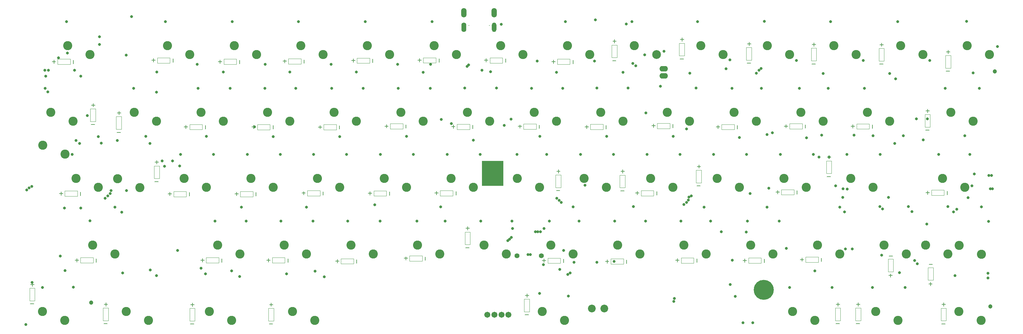
<source format=gts>
G04 Layer_Color=20142*
%FSLAX44Y44*%
%MOMM*%
G71*
G01*
G75*
%ADD10C,0.1000*%
%ADD19C,0.2032*%
%ADD53C,1.2032*%
%ADD54C,1.7032*%
%ADD55C,1.7032*%
%ADD56C,2.6032*%
%ADD57C,2.5032*%
%ADD58C,1.4032*%
%ADD59C,0.2032*%
%ADD60O,1.3032X2.7032*%
%ADD61O,1.4032X2.7032*%
%ADD62O,1.5032X2.7032*%
%ADD63O,2.4032X1.6032*%
%ADD64C,5.7032*%
%ADD65C,2.2032*%
%ADD66R,6.2032X7.2032*%
%ADD67C,0.8032*%
D10*
X1498316Y2473932D02*
Y2509932D01*
X1483316Y2473932D02*
Y2509932D01*
X1498316D02*
X1483316D01*
X1498316Y2473932D02*
X1483316D01*
X3591022Y2243740D02*
X3576022Y2243740D01*
X3591022Y2207740D02*
X3576022Y2207740D01*
X3591022Y2207740D02*
Y2243740D01*
X3576022Y2207740D02*
Y2243740D01*
X3754598Y2789400D02*
X3739598Y2789400D01*
X3754598Y2825400D02*
X3739598Y2825400D01*
Y2789400D02*
Y2825400D01*
X3754598Y2789400D02*
Y2825400D01*
X3564861Y2809974D02*
Y2845974D01*
X3549861Y2809974D02*
Y2845974D01*
X3564861Y2845974D02*
X3549861Y2845974D01*
X3564861Y2809974D02*
X3549861Y2809974D01*
X3371820Y2810482D02*
X3356820Y2810482D01*
X3371820Y2846482D02*
X3356820Y2846482D01*
Y2810482D02*
Y2846482D01*
X3371820Y2810482D02*
Y2846482D01*
X3186908Y2812260D02*
X3171908D01*
X3186908Y2848260D02*
X3171908D01*
Y2812260D02*
Y2848260D01*
X3186908Y2812260D02*
Y2848260D01*
X2995646Y2824706D02*
X2980646D01*
X2995646Y2860706D02*
X2980646D01*
Y2824706D02*
Y2860706D01*
X2995646Y2824706D02*
Y2860706D01*
X2803114Y2819626D02*
X2788114D01*
X2803114Y2855626D02*
X2788114D01*
Y2819626D02*
Y2855626D01*
X2803114Y2819626D02*
Y2855626D01*
X2668860Y2800214D02*
Y2815214D01*
X2632860Y2800214D02*
Y2815214D01*
X2668860Y2800214D02*
X2632860D01*
X2668860Y2815214D02*
X2632860D01*
X2476860Y2803964D02*
Y2818964D01*
X2440860Y2803964D02*
Y2818964D01*
X2476860Y2803964D02*
X2440860D01*
X2476860Y2818964D02*
X2440860D01*
X2286860Y2804214D02*
Y2819214D01*
X2250860Y2804214D02*
Y2819214D01*
X2286860Y2804214D02*
X2250860D01*
X2286860Y2819214D02*
X2250860D01*
X2097860Y2803464D02*
Y2818464D01*
X2061860Y2803464D02*
Y2818464D01*
X2097860Y2803464D02*
X2061860D01*
X2097860Y2818464D02*
X2061860D01*
X1902360Y2801214D02*
Y2816214D01*
X1866360Y2801214D02*
Y2816214D01*
X1902360Y2801214D02*
X1866360D01*
X1902360Y2816214D02*
X1866360D01*
X1718110Y2800214D02*
Y2815214D01*
X1682110Y2800214D02*
Y2815214D01*
X1718110Y2800214D02*
X1682110D01*
X1718110Y2815214D02*
X1682110D01*
X1528610Y2803964D02*
Y2818964D01*
X1492610Y2803964D02*
Y2818964D01*
X1528610Y2803964D02*
X1492610D01*
X1528610Y2818964D02*
X1492610D01*
X1244360Y2800214D02*
Y2815214D01*
X1208360Y2800214D02*
Y2815214D01*
X1244360Y2800214D02*
X1208360D01*
X1244360Y2815214D02*
X1208360D01*
X3695924Y2620998D02*
X3680924Y2620998D01*
X3695924Y2656998D02*
X3680924Y2656998D01*
Y2620998D02*
Y2656998D01*
X3695924Y2620998D02*
Y2656998D01*
X3522360Y2615464D02*
Y2630464D01*
X3486360Y2615464D02*
Y2630464D01*
X3522360Y2615464D02*
X3486360D01*
X3522360Y2630464D02*
X3486360D01*
X3331610Y2615714D02*
Y2630714D01*
X3295610Y2615714D02*
Y2630714D01*
X3331610Y2615714D02*
X3295610D01*
X3331610Y2630714D02*
X3295610D01*
X3137610Y2628714D02*
X3101610D01*
X3137610Y2613714D02*
X3101610D01*
Y2628714D01*
X3137610Y2613714D02*
Y2628714D01*
X2953860Y2616714D02*
Y2631714D01*
X2917860Y2616714D02*
Y2631714D01*
X2953860Y2616714D02*
X2917860D01*
X2953860Y2631714D02*
X2917860D01*
X2763360Y2613964D02*
Y2628964D01*
X2727361Y2613964D02*
Y2628964D01*
X2763360Y2613964D02*
X2727361D01*
X2763360Y2628964D02*
X2727361D01*
X2572860Y2614964D02*
Y2629964D01*
X2536860Y2614964D02*
Y2629964D01*
X2572860Y2614964D02*
X2536860D01*
X2572860Y2629964D02*
X2536860D01*
X2383110Y2614214D02*
Y2629214D01*
X2347110Y2614214D02*
Y2629214D01*
X2383110Y2614214D02*
X2347110D01*
X2383110Y2629214D02*
X2347110D01*
X2192610Y2615714D02*
Y2630714D01*
X2156610Y2615714D02*
Y2630714D01*
X2192610Y2615714D02*
X2156610D01*
X2192610Y2630714D02*
X2156610D01*
X2003110Y2613214D02*
Y2628214D01*
X1967110Y2613214D02*
Y2628214D01*
X2003110Y2613214D02*
X1967110D01*
X2003110Y2628214D02*
X1967110D01*
X1813860Y2613464D02*
Y2628464D01*
X1777860Y2613464D02*
Y2628464D01*
X1813860Y2613464D02*
X1777860D01*
X1813860Y2628464D02*
X1777860D01*
X1620860Y2613714D02*
Y2628714D01*
X1584860Y2613714D02*
Y2628714D01*
X1620860Y2613714D02*
X1584860D01*
X1620860Y2628714D02*
X1584860D01*
X1390366Y2614902D02*
Y2650902D01*
X1375366Y2614902D02*
Y2650902D01*
X1390366D02*
X1375366D01*
X1390366Y2614902D02*
X1375366D01*
X1316706Y2637254D02*
X1301706Y2637254D01*
X1316706Y2673254D02*
X1301706Y2673254D01*
Y2637254D02*
Y2673254D01*
X1316706Y2637254D02*
Y2673254D01*
X1309610Y2247964D02*
X1273610D01*
X1309610Y2232964D02*
X1273610D01*
Y2247964D01*
X1309610Y2232964D02*
Y2247964D01*
X3735860Y2425964D02*
Y2440964D01*
X3699861Y2425964D02*
Y2440964D01*
X3735860Y2425964D02*
X3699861D01*
X3735860Y2440964D02*
X3699861D01*
X3415000Y2488410D02*
X3400000Y2488410D01*
X3415000Y2524410D02*
X3400000Y2524410D01*
Y2488410D02*
Y2524410D01*
X3415000Y2488410D02*
Y2524410D01*
X3307832Y2427493D02*
Y2442493D01*
X3271832Y2427493D02*
Y2442493D01*
X3307832Y2427493D02*
X3271832D01*
X3307832Y2442493D02*
X3271832D01*
X3043611Y2461964D02*
X3028611D01*
X3043611Y2497964D02*
X3028611D01*
Y2461964D02*
Y2497964D01*
X3043611Y2461964D02*
Y2497964D01*
X2907860Y2424714D02*
Y2439714D01*
X2871860Y2424714D02*
Y2439714D01*
X2907860Y2424714D02*
X2871860D01*
X2907860Y2439714D02*
X2871860D01*
X2826111Y2447714D02*
X2811111D01*
X2826111Y2483714D02*
X2811111D01*
Y2447714D02*
Y2483714D01*
X2826111Y2447714D02*
Y2483714D01*
X2643110Y2448214D02*
X2628110D01*
X2643110Y2484214D02*
X2628110D01*
Y2448214D02*
Y2484214D01*
X2643110Y2448214D02*
Y2484214D01*
X2335110Y2424714D02*
Y2439714D01*
X2299110Y2424714D02*
Y2439714D01*
X2335110Y2424714D02*
X2299110D01*
X2335110Y2439714D02*
X2299110D01*
X2145610Y2423964D02*
Y2438964D01*
X2109610Y2423964D02*
Y2438964D01*
X2145610Y2423964D02*
X2109610D01*
X2145610Y2438964D02*
X2109610D01*
X1956360Y2424464D02*
Y2439464D01*
X1920360Y2424464D02*
Y2439464D01*
X1956360Y2424464D02*
X1920360D01*
X1956360Y2439464D02*
X1920360D01*
X1765110Y2422214D02*
Y2437214D01*
X1729110Y2422214D02*
Y2437214D01*
X1765110Y2422214D02*
X1729110D01*
X1765110Y2437214D02*
X1729110D01*
X1575110Y2422214D02*
Y2437214D01*
X1539110Y2422214D02*
Y2437214D01*
X1575110Y2422214D02*
X1539110D01*
X1575110Y2437214D02*
X1539110D01*
X1264860Y2423464D02*
Y2438464D01*
X1228860Y2423464D02*
Y2438464D01*
X1264860Y2423464D02*
X1228860D01*
X1264860Y2438464D02*
X1228860D01*
X3705068Y2219610D02*
X3690068D01*
X3705068Y2183610D02*
X3690068D01*
X3705068D02*
Y2219610D01*
X3690068Y2183610D02*
Y2219610D01*
X3377110Y2234714D02*
Y2249714D01*
X3341111Y2234714D02*
Y2249714D01*
X3377110Y2234714D02*
X3341111D01*
X3377110Y2249714D02*
X3341111D01*
X3214154Y2232118D02*
Y2247118D01*
X3178154Y2232118D02*
Y2247118D01*
X3214154Y2232118D02*
X3178154D01*
X3214154Y2247118D02*
X3178154D01*
X3022130Y2232372D02*
Y2247372D01*
X2986130Y2232372D02*
Y2247372D01*
X3022130Y2232372D02*
X2986130D01*
X3022130Y2247372D02*
X2986130D01*
X2821610Y2229464D02*
Y2244464D01*
X2785610Y2229464D02*
Y2244464D01*
X2821610Y2229464D02*
X2785610D01*
X2821610Y2244464D02*
X2785610D01*
X2641892Y2231864D02*
Y2246864D01*
X2605892Y2231864D02*
Y2246864D01*
X2641892Y2231864D02*
X2605892D01*
X2641892Y2246864D02*
X2605892D01*
X2384610Y2285214D02*
Y2321214D01*
X2369610Y2285214D02*
Y2321214D01*
X2384610D02*
X2369610D01*
X2384610Y2285214D02*
X2369610D01*
X2247860Y2238214D02*
Y2253214D01*
X2211860Y2238214D02*
Y2253214D01*
X2247860Y2238214D02*
X2211860D01*
X2247860Y2253214D02*
X2211860D01*
X2052110Y2230214D02*
Y2245214D01*
X2016110Y2230214D02*
Y2245214D01*
X2052110Y2230214D02*
X2016110D01*
X2052110Y2245214D02*
X2016110D01*
X1856110Y2232964D02*
Y2247964D01*
X1820110Y2232964D02*
Y2247964D01*
X1856110Y2232964D02*
X1820110D01*
X1856110Y2247964D02*
X1820110D01*
X1667860Y2232964D02*
Y2247964D01*
X1631860Y2232964D02*
Y2247964D01*
X1667860Y2232964D02*
X1631860D01*
X1667860Y2247964D02*
X1631860D01*
X3741860Y2067714D02*
X3726860D01*
X3741860Y2103714D02*
X3726860D01*
Y2067714D02*
Y2103714D01*
X3741860Y2067714D02*
Y2103714D01*
X3498110Y2067964D02*
X3483110D01*
X3498110Y2103964D02*
X3483110D01*
Y2067964D02*
Y2103964D01*
X3498110Y2067964D02*
Y2103964D01*
X3440360Y2067964D02*
X3425360D01*
X3440360Y2103964D02*
X3425360D01*
Y2067964D02*
Y2103964D01*
X3440360Y2067964D02*
Y2103964D01*
X2553610Y2093464D02*
Y2129464D01*
X2538610Y2093464D02*
Y2129464D01*
X2553610D02*
X2538610D01*
X2553610Y2093464D02*
X2538610D01*
X1824341Y2067334D02*
X1809341D01*
X1824341Y2103334D02*
X1809341D01*
Y2067334D02*
Y2103334D01*
X1824341Y2067334D02*
Y2103334D01*
X1599610Y2067214D02*
X1584610D01*
X1599610Y2103214D02*
X1584610D01*
Y2067214D02*
Y2103214D01*
X1599610Y2067214D02*
Y2103214D01*
X1352860Y2067964D02*
X1337860D01*
X1352860Y2103964D02*
X1337860D01*
Y2067964D02*
Y2103964D01*
X1352860Y2067964D02*
Y2103964D01*
X1143360Y2124714D02*
X1128360D01*
X1143360Y2160714D02*
X1128360D01*
Y2124714D02*
Y2160714D01*
X1143360Y2124714D02*
Y2160714D01*
D19*
X1496324Y2520488D02*
X1486324D01*
X1491324Y2515598D02*
Y2525598D01*
X1495482Y2465008D02*
X1485482D01*
X3588857Y2252664D02*
X3578856Y2252664D01*
X3583014Y2192074D02*
Y2202074D01*
X3588014Y2197184D02*
X3578015D01*
X3751764Y2780476D02*
X3741764D01*
X3747607Y2831066D02*
X3747606Y2841066D01*
X3752606Y2835956D02*
X3742607Y2835956D01*
X3562868Y2856530D02*
X3552868Y2856530D01*
X3557868Y2851640D02*
X3557868Y2861640D01*
X3562026Y2801050D02*
X3552026D01*
X3368986Y2801558D02*
X3358986D01*
X3364828Y2852148D02*
X3364828Y2862148D01*
X3369828Y2857038D02*
X3359828Y2857038D01*
X3184074Y2803336D02*
X3174074D01*
X3179916Y2853926D02*
X3179916Y2863926D01*
X3184916Y2858816D02*
X3174916D01*
X2992812Y2815782D02*
X2982812D01*
X2988654Y2866372D02*
X2988654Y2876372D01*
X2993654Y2871262D02*
X2983654D01*
X2800280Y2810702D02*
X2790280D01*
X2796122Y2861292D02*
X2796122Y2871292D01*
X2801122Y2866182D02*
X2791122D01*
X2677784Y2802380D02*
Y2812380D01*
X2627195Y2808222D02*
X2617195D01*
X2622304Y2803222D02*
Y2813222D01*
X2485784Y2806130D02*
Y2816130D01*
X2435194Y2811972D02*
X2425194D01*
X2430304Y2806972D02*
Y2816972D01*
X2295784Y2806380D02*
Y2816380D01*
X2245194Y2812222D02*
X2235194D01*
X2240304Y2807222D02*
Y2817222D01*
X2106784Y2805630D02*
Y2815630D01*
X2056194Y2811472D02*
X2046194D01*
X2051304Y2806472D02*
Y2816472D01*
X1911284Y2803380D02*
Y2813380D01*
X1860694Y2809222D02*
X1850694D01*
X1855804Y2804222D02*
Y2814222D01*
X1727034Y2802380D02*
Y2812380D01*
X1676444Y2808222D02*
X1666444D01*
X1671554Y2803222D02*
Y2813222D01*
X1537534Y2806130D02*
Y2816130D01*
X1486944Y2811972D02*
X1476944D01*
X1482054Y2806972D02*
Y2816972D01*
X1253284Y2802380D02*
Y2812380D01*
X1202694Y2808222D02*
X1192694D01*
X1197804Y2803222D02*
Y2813222D01*
X3693090Y2612074D02*
X3683090D01*
X3688932Y2662664D02*
X3688932Y2672664D01*
X3693932Y2667554D02*
X3683932Y2667554D01*
X3531284Y2617630D02*
Y2627630D01*
X3480694Y2623472D02*
X3470694D01*
X3475804Y2618472D02*
Y2628472D01*
X3340534Y2617880D02*
Y2627880D01*
X3289944Y2623722D02*
X3279944D01*
X3285054Y2618722D02*
Y2628722D01*
X3091054Y2616722D02*
Y2626722D01*
X3095945Y2621722D02*
X3085944D01*
X3146534Y2615880D02*
Y2625880D01*
X2962784Y2618880D02*
Y2628880D01*
X2912195Y2624722D02*
X2902194D01*
X2907304Y2619722D02*
Y2629722D01*
X2772284Y2616130D02*
Y2626130D01*
X2721694Y2621972D02*
X2711694D01*
X2716804Y2616972D02*
Y2626972D01*
X2581784Y2617130D02*
Y2627130D01*
X2531194Y2622972D02*
X2521194D01*
X2526304Y2617972D02*
Y2627972D01*
X2392034Y2616380D02*
Y2626380D01*
X2341444Y2622222D02*
X2331444D01*
X2336554Y2617222D02*
Y2627222D01*
X2201534Y2617880D02*
Y2627880D01*
X2150944Y2623722D02*
X2140944D01*
X2146054Y2618722D02*
Y2628722D01*
X2012034Y2615380D02*
Y2625380D01*
X1961444Y2621222D02*
X1951444D01*
X1956554Y2616222D02*
Y2626222D01*
X1822784Y2615630D02*
Y2625630D01*
X1772194Y2621472D02*
X1762194D01*
X1767304Y2616472D02*
Y2626472D01*
X1629784Y2615880D02*
Y2625880D01*
X1579194Y2621722D02*
X1569194D01*
X1574304Y2616722D02*
Y2626722D01*
X1388374Y2661458D02*
X1378374D01*
X1383374Y2656568D02*
X1383374Y2666568D01*
X1387532Y2605978D02*
X1377532D01*
X1313872Y2628330D02*
X1303872D01*
X1309714Y2678920D02*
X1309714Y2688920D01*
X1314714Y2683810D02*
X1304714Y2683810D01*
X1263054Y2235972D02*
Y2245972D01*
X1267944Y2240972D02*
X1257944D01*
X1318534Y2235130D02*
Y2245130D01*
X3744785Y2428130D02*
Y2438130D01*
X3694194Y2433972D02*
X3684194D01*
X3689305Y2428972D02*
Y2438972D01*
X3412166Y2479486D02*
X3402166D01*
X3408008Y2530076D02*
X3408008Y2540076D01*
X3413008Y2534966D02*
X3403008Y2534966D01*
X3316756Y2429659D02*
Y2439659D01*
X3266166Y2435501D02*
X3256166D01*
X3261276Y2430501D02*
Y2440501D01*
X3040776Y2453040D02*
X3030776D01*
X3036618Y2503630D02*
Y2513630D01*
X3041618Y2508520D02*
X3031618D01*
X2916784Y2426880D02*
Y2436880D01*
X2866194Y2432722D02*
X2856194D01*
X2861304Y2427722D02*
Y2437722D01*
X2823276Y2438790D02*
X2813276D01*
X2819118Y2489380D02*
Y2499380D01*
X2824118Y2494270D02*
X2814118D01*
X2640276Y2439290D02*
X2630276D01*
X2636118Y2489880D02*
Y2499880D01*
X2641118Y2494770D02*
X2631118D01*
X2344034Y2426880D02*
Y2436880D01*
X2293444Y2432722D02*
X2283444D01*
X2288554Y2427722D02*
Y2437722D01*
X2154534Y2426130D02*
Y2436130D01*
X2103944Y2431972D02*
X2093944D01*
X2099054Y2426972D02*
Y2436972D01*
X1965284Y2426630D02*
Y2436630D01*
X1914694Y2432472D02*
X1904694D01*
X1909804Y2427472D02*
Y2437472D01*
X1774034Y2424380D02*
Y2434380D01*
X1723444Y2430222D02*
X1713444D01*
X1718554Y2425222D02*
Y2435222D01*
X1584034Y2424380D02*
Y2434380D01*
X1533444Y2430222D02*
X1523444D01*
X1528554Y2425222D02*
Y2435222D01*
X1273784Y2425630D02*
Y2435630D01*
X1223194Y2431472D02*
X1213194D01*
X1218304Y2426472D02*
Y2436472D01*
X3702903Y2228534D02*
X3692903D01*
X3697060Y2167944D02*
X3697060Y2177944D01*
X3702060Y2173054D02*
X3692061Y2173054D01*
X3386035Y2236880D02*
Y2246880D01*
X3335444Y2242722D02*
X3325444D01*
X3330554Y2237722D02*
Y2247722D01*
X3223078Y2234284D02*
Y2244284D01*
X3172488Y2240126D02*
X3162488D01*
X3167598Y2235126D02*
Y2245126D01*
X3031054Y2234538D02*
Y2244538D01*
X2980464Y2240380D02*
X2970464D01*
X2975574Y2235380D02*
Y2245380D01*
X2830534Y2231630D02*
Y2241630D01*
X2779944Y2237472D02*
X2769944D01*
X2775054Y2232472D02*
Y2242472D01*
X2650816Y2234030D02*
Y2244030D01*
X2600226Y2239872D02*
X2590226D01*
X2595336Y2234872D02*
Y2244872D01*
X2382618Y2331770D02*
X2372618D01*
X2377618Y2326880D02*
Y2336880D01*
X2381776Y2276290D02*
X2371776D01*
X2256784Y2240380D02*
Y2250380D01*
X2206194Y2246222D02*
X2196194D01*
X2201304Y2241222D02*
Y2251222D01*
X2061034Y2232380D02*
Y2242380D01*
X2010444Y2238222D02*
X2000444D01*
X2005554Y2233222D02*
Y2243222D01*
X1865034Y2235130D02*
Y2245130D01*
X1814444Y2240972D02*
X1804444D01*
X1809554Y2235972D02*
Y2245972D01*
X1676784Y2235130D02*
Y2245130D01*
X1626194Y2240972D02*
X1616194D01*
X1621304Y2235972D02*
Y2245972D01*
X3739026Y2058790D02*
X3729026D01*
X3734868Y2109380D02*
Y2119380D01*
X3739868Y2114270D02*
X3729868D01*
X3495276Y2059040D02*
X3485276D01*
X3491118Y2109630D02*
Y2119630D01*
X3496118Y2114520D02*
X3486118D01*
X3437526Y2059040D02*
X3427526D01*
X3433368Y2109630D02*
Y2119630D01*
X3438368Y2114520D02*
X3428369D01*
X2551618Y2140020D02*
X2541618D01*
X2546618Y2135130D02*
Y2145130D01*
X2550776Y2084540D02*
X2540776D01*
X1821506Y2058410D02*
X1811506D01*
X1817348Y2109000D02*
Y2119000D01*
X1822348Y2113890D02*
X1812348D01*
X1596776Y2058290D02*
X1586776D01*
X1592618Y2108880D02*
Y2118880D01*
X1597618Y2113770D02*
X1587618D01*
X1350026Y2059040D02*
X1340026D01*
X1345868Y2109630D02*
Y2119630D01*
X1350868Y2114520D02*
X1340868D01*
X1140526Y2115790D02*
X1130526D01*
X1136368Y2166380D02*
Y2176380D01*
X1141368Y2171270D02*
X1131368D01*
D53*
X3867860Y2108714D02*
D03*
X1303860Y2119464D02*
D03*
X3880110Y2779964D02*
D03*
D54*
X2433736Y2084856D02*
D03*
X2493736D02*
D03*
D55*
X2453736D02*
D03*
X2473736D02*
D03*
D56*
X1165864Y2568814D02*
D03*
X1229364Y2543414D02*
D03*
X1379563Y2473814D02*
D03*
X1443063Y2448414D02*
D03*
X3841840Y2257744D02*
D03*
X3778340Y2283144D02*
D03*
X3564563Y2283814D02*
D03*
X3628063Y2258414D02*
D03*
X3604354Y2068414D02*
D03*
X3540854Y2093814D02*
D03*
X2471770Y2853714D02*
D03*
X2535270Y2828314D02*
D03*
X3485264D02*
D03*
X3421764Y2853714D02*
D03*
X3865470Y2828314D02*
D03*
X3801971Y2853714D02*
D03*
X3611844D02*
D03*
X3675344Y2828314D02*
D03*
X3231717Y2853714D02*
D03*
X3295217Y2828314D02*
D03*
X3105461D02*
D03*
X3041960Y2853714D02*
D03*
X2852237D02*
D03*
X2662010Y2853814D02*
D03*
X2725510Y2828414D02*
D03*
X2345304Y2828314D02*
D03*
X2281804Y2853714D02*
D03*
X2155194Y2828314D02*
D03*
X2091694Y2853714D02*
D03*
X1965087Y2828314D02*
D03*
X1901587Y2853714D02*
D03*
X1711990D02*
D03*
X1775490Y2828314D02*
D03*
X1585380D02*
D03*
X1521880Y2853714D02*
D03*
X1237327D02*
D03*
X1300827Y2828314D02*
D03*
X3818154Y2637814D02*
D03*
X3754654Y2663214D02*
D03*
X3516720Y2663128D02*
D03*
X3580220Y2637728D02*
D03*
X3390617Y2637814D02*
D03*
X3327117Y2663214D02*
D03*
X3137007D02*
D03*
X3200507Y2637814D02*
D03*
X2946744Y2663214D02*
D03*
X3010244Y2637814D02*
D03*
X2756634Y2663214D02*
D03*
X2820134Y2637814D02*
D03*
X2630540D02*
D03*
X2567040Y2663214D02*
D03*
X2376930D02*
D03*
X2440430Y2637814D02*
D03*
X2250644D02*
D03*
X2187144Y2663214D02*
D03*
X1996827D02*
D03*
X2060327Y2637814D02*
D03*
X1870437D02*
D03*
X1806937Y2663214D02*
D03*
X1616827D02*
D03*
X1680327Y2637814D02*
D03*
X1490217D02*
D03*
X1426717Y2663214D02*
D03*
X1252594Y2637814D02*
D03*
X1189094Y2663214D02*
D03*
X1371634Y2258414D02*
D03*
X1308134Y2283814D02*
D03*
X3731154Y2473914D02*
D03*
X3794654Y2448514D02*
D03*
X3533290D02*
D03*
X3469790Y2473914D02*
D03*
X3279414D02*
D03*
X3342914Y2448514D02*
D03*
X3152537D02*
D03*
X3089037Y2473914D02*
D03*
X2899387D02*
D03*
X2962887Y2448514D02*
D03*
X2709601Y2473914D02*
D03*
X2773100Y2448514D02*
D03*
X2519224Y2473914D02*
D03*
X2582724Y2448514D02*
D03*
X2329654Y2473914D02*
D03*
X2393154Y2448514D02*
D03*
X2139277Y2473914D02*
D03*
X2202777Y2448514D02*
D03*
X2012494D02*
D03*
X1948994Y2473914D02*
D03*
X1759400D02*
D03*
X1822900Y2448514D02*
D03*
X1632790D02*
D03*
X1569290Y2473914D02*
D03*
X1324150Y2448514D02*
D03*
X1260650Y2473914D02*
D03*
X3746764Y2258414D02*
D03*
X3683264Y2283814D02*
D03*
X3374464D02*
D03*
X3437964Y2258414D02*
D03*
X3247854D02*
D03*
X3184354Y2283814D02*
D03*
X2994244D02*
D03*
X3057744Y2258414D02*
D03*
X2868150D02*
D03*
X2804650Y2283814D02*
D03*
X2614540D02*
D03*
X2678040Y2258414D02*
D03*
X2487930D02*
D03*
X2424430Y2283814D02*
D03*
X2234250D02*
D03*
X2297750Y2258414D02*
D03*
X2108157D02*
D03*
X2044657Y2283814D02*
D03*
X1917797Y2258414D02*
D03*
X1854297Y2283814D02*
D03*
X1664727D02*
D03*
X1728227Y2258414D02*
D03*
X3778010Y2093814D02*
D03*
X3841510Y2068414D02*
D03*
X3366931D02*
D03*
X3303430Y2093814D02*
D03*
X2590307D02*
D03*
X2653807Y2068414D02*
D03*
X1878274Y2093814D02*
D03*
X1941774Y2068414D02*
D03*
X1704250D02*
D03*
X1640750Y2093814D02*
D03*
X1403960D02*
D03*
X1467460Y2068414D02*
D03*
X1228944D02*
D03*
X1165444Y2093814D02*
D03*
D57*
X2915737Y2828314D02*
D03*
D58*
X2587610Y2253614D02*
D03*
X2517610D02*
D03*
D59*
X2439137Y2911230D02*
D03*
X2381137D02*
D03*
D60*
X2452986Y2906207D02*
D03*
D61*
X2366579Y2906204D02*
D03*
D62*
X2366561Y2947993D02*
D03*
X2452985Y2948017D02*
D03*
D63*
X2936610Y2787464D02*
D03*
Y2767464D02*
D03*
D64*
X3221607Y2155561D02*
D03*
D65*
X2767166Y2102296D02*
D03*
X2731098Y2102550D02*
D03*
D66*
X2448610Y2488464D02*
D03*
D67*
X2741860Y2927214D02*
D03*
X2829610Y2915714D02*
D03*
X2680255Y2234964D02*
D03*
X2745360D02*
D03*
X1165120Y2162714D02*
D03*
X2881974Y2827212D02*
D03*
X3140546Y2137348D02*
D03*
X3125814Y2171638D02*
D03*
X3114130Y2787334D02*
D03*
X1180428Y2721548D02*
D03*
X1273900Y2766506D02*
D03*
X1172556Y2731964D02*
D03*
X1174332Y2766506D02*
D03*
X1171538Y2783016D02*
D03*
X1360514Y2439354D02*
D03*
X1404710D02*
D03*
X1512660Y2509458D02*
D03*
X1378040Y2583118D02*
D03*
X1471258Y2574228D02*
D03*
X1459574Y2594548D02*
D03*
X1327494Y2879282D02*
D03*
Y2857438D02*
D03*
X1236562Y2832546D02*
D03*
X1358228Y2430972D02*
D03*
X1351116Y2424114D02*
D03*
X1343496Y2417510D02*
D03*
X1260438Y2582864D02*
D03*
X1270598Y2574482D02*
D03*
X1292950Y2653984D02*
D03*
X1134708Y2451546D02*
D03*
X1127342Y2447228D02*
D03*
X1120230Y2441386D02*
D03*
X3051138Y2392364D02*
D03*
X3235796Y2446212D02*
D03*
X3182456Y2431480D02*
D03*
X3172042Y2321498D02*
D03*
X3100160Y2321752D02*
D03*
X1489800Y2197038D02*
D03*
X1727290Y2193736D02*
D03*
X1968844Y2193482D02*
D03*
X1861148Y2201864D02*
D03*
X1630262Y2202118D02*
D03*
X1393788Y2204150D02*
D03*
X1253072Y2163764D02*
D03*
X1229110Y2211176D02*
D03*
X1215988Y2252410D02*
D03*
X1472528Y2212786D02*
D03*
X1556602Y2509712D02*
D03*
X1536282Y2523936D02*
D03*
X1506564D02*
D03*
X1617054Y2217612D02*
D03*
X1704110Y2209804D02*
D03*
X1942682Y2209738D02*
D03*
X2582254Y2146238D02*
D03*
X2664804Y2137856D02*
D03*
X2651088Y2268412D02*
D03*
X2669884Y2204404D02*
D03*
X2593176Y2228280D02*
D03*
X2662518Y2200340D02*
D03*
X3416357Y2162714D02*
D03*
X3624446Y2162464D02*
D03*
X3608922Y2205166D02*
D03*
X3860890Y2203134D02*
D03*
X3531422Y2162464D02*
D03*
X3294944Y2162714D02*
D03*
X3367610Y2210258D02*
D03*
X2640286Y2214444D02*
D03*
X2549110Y2256517D02*
D03*
X2556110D02*
D03*
X2595208Y2331404D02*
D03*
X2505546D02*
D03*
X3766656Y2196784D02*
D03*
X3860890Y2190180D02*
D03*
X3659722Y2230312D02*
D03*
X3651594Y2239964D02*
D03*
X3454236Y2273238D02*
D03*
X3474302D02*
D03*
X3841933Y2393380D02*
D03*
X1936104Y2352714D02*
D03*
X2127366D02*
D03*
X2313242D02*
D03*
X2503742D02*
D03*
X2694548D02*
D03*
X2849716Y2393888D02*
D03*
X2884540Y2352714D02*
D03*
X3070416D02*
D03*
X3265742D02*
D03*
X3230716Y2392618D02*
D03*
X3285834Y2274762D02*
D03*
X3175116Y2352714D02*
D03*
X2985327D02*
D03*
X2796148D02*
D03*
X2610168D02*
D03*
X2414588D02*
D03*
X2232268D02*
D03*
X2035418D02*
D03*
X1845120D02*
D03*
X1656958D02*
D03*
X1745806D02*
D03*
X3131910Y2240726D02*
D03*
X3451696Y2378902D02*
D03*
X1390740Y2378140D02*
D03*
X3686646Y2343596D02*
D03*
X3560408Y2386776D02*
D03*
X3644228Y2379156D02*
D03*
X3762592Y2378902D02*
D03*
X3862739Y2351794D02*
D03*
X3190584Y2061910D02*
D03*
X3162390D02*
D03*
X3771990Y2386522D02*
D03*
X1300794Y2352964D02*
D03*
X1371860Y2392026D02*
D03*
X1273900Y2390078D02*
D03*
X1227418D02*
D03*
X2678360Y2393380D02*
D03*
X2711540Y2454464D02*
D03*
X2644230Y2405826D02*
D03*
X2638134Y2411922D02*
D03*
X2631784Y2418018D02*
D03*
X2379860Y2798714D02*
D03*
X2375610Y2794464D02*
D03*
X2330794Y2631124D02*
D03*
X2481416Y2625790D02*
D03*
X2302346Y2642808D02*
D03*
X3438360Y2392492D02*
D03*
X3379052Y2535112D02*
D03*
X3407500D02*
D03*
X3553042Y2393888D02*
D03*
X3633560Y2393634D02*
D03*
X3746844D02*
D03*
X2994242Y2399984D02*
D03*
X3001100Y2405826D02*
D03*
X3006180Y2412176D02*
D03*
X3007958Y2421066D02*
D03*
X3015324Y2424368D02*
D03*
X3553136Y2542964D02*
D03*
X3362886D02*
D03*
X3172386D02*
D03*
X2982886D02*
D03*
X2793386D02*
D03*
X2602636D02*
D03*
X2413136D02*
D03*
X2222886D02*
D03*
X2032386D02*
D03*
X1842886D02*
D03*
X1652636D02*
D03*
X1332574Y2574736D02*
D03*
X3594610Y2574316D02*
D03*
X3619426Y2595908D02*
D03*
X3809056Y2542714D02*
D03*
X3720428Y2543240D02*
D03*
X1632802Y2594548D02*
D03*
X1823110Y2593848D02*
D03*
X2012532Y2594040D02*
D03*
X2203110Y2594626D02*
D03*
X2393278Y2583626D02*
D03*
X2582860Y2594196D02*
D03*
X2773611Y2594642D02*
D03*
X3152484Y2590992D02*
D03*
X3343110Y2590104D02*
D03*
X3533360Y2596450D02*
D03*
X1558562Y2543240D02*
D03*
X1748812D02*
D03*
X1938435Y2543008D02*
D03*
X2128812Y2543240D02*
D03*
X2319435Y2543008D02*
D03*
X2517760Y2542964D02*
D03*
X2699312Y2543240D02*
D03*
X2888812D02*
D03*
X3078312D02*
D03*
X3268812D02*
D03*
X3459062D02*
D03*
X3676111Y2584012D02*
D03*
X1324360Y2593872D02*
D03*
X1249770Y2542732D02*
D03*
X2963110Y2594912D02*
D03*
X1769200Y2621726D02*
D03*
X3001100Y2615884D02*
D03*
X2501228Y2643316D02*
D03*
X2885610Y2661270D02*
D03*
X3794861Y2595828D02*
D03*
X3386672Y2597596D02*
D03*
X3479128D02*
D03*
X3231224Y2599628D02*
D03*
X3245764Y2604417D02*
D03*
X2964870Y2122870D02*
D03*
X1117436Y2056576D02*
D03*
X1135724Y2176972D02*
D03*
X2966870Y2131180D02*
D03*
X1490360Y2720734D02*
D03*
X1699856Y2731964D02*
D03*
X1887562D02*
D03*
X2079336D02*
D03*
X2271102D02*
D03*
X2459316Y2732214D02*
D03*
X3405470Y2731964D02*
D03*
X3215220D02*
D03*
X2834471Y2732464D02*
D03*
X3597492Y2758632D02*
D03*
X3028530Y2732214D02*
D03*
X2834471Y2732464D02*
D03*
X2648800Y2731964D02*
D03*
X1256120Y2783111D02*
D03*
X1182301D02*
D03*
X1490860Y2778146D02*
D03*
X1680610Y2778388D02*
D03*
X1870360Y2778122D02*
D03*
X2060360Y2777860D02*
D03*
X2250860Y2777352D02*
D03*
X2443062Y2779206D02*
D03*
X2417916Y2783778D02*
D03*
X2857082Y2795716D02*
D03*
X2848446Y2802828D02*
D03*
X2936838Y2837880D02*
D03*
X3207856Y2783016D02*
D03*
X3213698Y2788604D02*
D03*
X3836246Y2731714D02*
D03*
X1211162Y2819338D02*
D03*
X3799932Y2922714D02*
D03*
X3557868Y2254696D02*
D03*
X3657182Y2644840D02*
D03*
X3688424D02*
D03*
X3822028Y2486852D02*
D03*
X3815424Y2452816D02*
D03*
X2501860Y2305964D02*
D03*
X2577610Y2321714D02*
D03*
X2496876Y2300980D02*
D03*
X2491860Y2296214D02*
D03*
X2570610Y2321714D02*
D03*
X2584610D02*
D03*
X1549863Y2268214D02*
D03*
X2473034Y2914334D02*
D03*
X3603590Y2922464D02*
D03*
X3411820Y2922464D02*
D03*
X3223606Y2922714D02*
D03*
X3033102Y2922464D02*
D03*
X2845905Y2922464D02*
D03*
X2655655D02*
D03*
X1233768Y2921954D02*
D03*
X1418610Y2936756D02*
D03*
X2275654Y2922464D02*
D03*
X2085405D02*
D03*
X1895155D02*
D03*
X1705654D02*
D03*
X1515654D02*
D03*
X3887560Y2850834D02*
D03*
X3695282Y2811210D02*
D03*
X3505282D02*
D03*
X3315032Y2811460D02*
D03*
X3125282Y2812734D02*
D03*
X2738972Y2809432D02*
D03*
X2575904D02*
D03*
X2177886Y2799964D02*
D03*
X1988402D02*
D03*
X1800188D02*
D03*
X1605878D02*
D03*
X1403440Y2826958D02*
D03*
X3580860Y2773994D02*
D03*
X3818218Y2775904D02*
D03*
X3390860Y2773748D02*
D03*
X3200610Y2774754D02*
D03*
X3010360Y2774750D02*
D03*
X3738964Y2731714D02*
D03*
X3508340Y2731964D02*
D03*
X3323428Y2731964D02*
D03*
X3130893Y2731964D02*
D03*
X2794598Y2237424D02*
D03*
X2819998Y2777174D02*
D03*
X2630768D02*
D03*
X2926678Y2738058D02*
D03*
X2746078Y2732464D02*
D03*
X2559650Y2731964D02*
D03*
X2368642Y2732214D02*
D03*
X2179158Y2731964D02*
D03*
X1989420D02*
D03*
X1799424D02*
D03*
X1608674D02*
D03*
X1425032D02*
D03*
X1917938Y2391996D02*
D03*
X2300822Y2393380D02*
D03*
X2112608Y2398968D02*
D03*
X1732624Y2392110D02*
D03*
X3804452Y2419238D02*
D03*
X3426296Y2452816D02*
D03*
X3447886Y2444942D02*
D03*
X3459824Y2443672D02*
D03*
X3577410Y2420287D02*
D03*
X3447108D02*
D03*
X3867748Y2444942D02*
D03*
X3873844D02*
D03*
X3863176Y2482788D02*
D03*
X3871304D02*
D03*
X2271860Y2799964D02*
D03*
M02*

</source>
